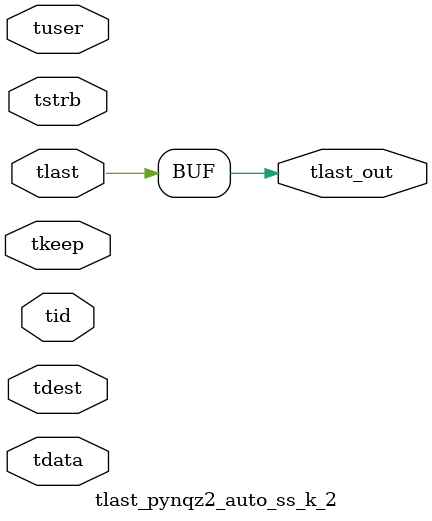
<source format=v>


`timescale 1ps/1ps

module tlast_pynqz2_auto_ss_k_2 #
(
parameter C_S_AXIS_TID_WIDTH   = 1,
parameter C_S_AXIS_TUSER_WIDTH = 0,
parameter C_S_AXIS_TDATA_WIDTH = 0,
parameter C_S_AXIS_TDEST_WIDTH = 0
)
(
input  [(C_S_AXIS_TID_WIDTH   == 0 ? 1 : C_S_AXIS_TID_WIDTH)-1:0       ] tid,
input  [(C_S_AXIS_TDATA_WIDTH == 0 ? 1 : C_S_AXIS_TDATA_WIDTH)-1:0     ] tdata,
input  [(C_S_AXIS_TUSER_WIDTH == 0 ? 1 : C_S_AXIS_TUSER_WIDTH)-1:0     ] tuser,
input  [(C_S_AXIS_TDEST_WIDTH == 0 ? 1 : C_S_AXIS_TDEST_WIDTH)-1:0     ] tdest,
input  [(C_S_AXIS_TDATA_WIDTH/8)-1:0 ] tkeep,
input  [(C_S_AXIS_TDATA_WIDTH/8)-1:0 ] tstrb,
input  [0:0]                                                             tlast,
output                                                                   tlast_out
);

assign tlast_out = {tlast};

endmodule


</source>
